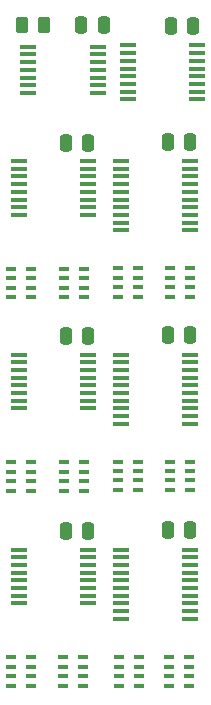
<source format=gtp>
%TF.GenerationSoftware,KiCad,Pcbnew,8.0.7*%
%TF.CreationDate,2025-05-26T12:20:30+02:00*%
%TF.ProjectId,GPIO Address Decode,4750494f-2041-4646-9472-657373204465,V1*%
%TF.SameCoordinates,Original*%
%TF.FileFunction,Paste,Top*%
%TF.FilePolarity,Positive*%
%FSLAX46Y46*%
G04 Gerber Fmt 4.6, Leading zero omitted, Abs format (unit mm)*
G04 Created by KiCad (PCBNEW 8.0.7) date 2025-05-26 12:20:30*
%MOMM*%
%LPD*%
G01*
G04 APERTURE LIST*
G04 Aperture macros list*
%AMRoundRect*
0 Rectangle with rounded corners*
0 $1 Rounding radius*
0 $2 $3 $4 $5 $6 $7 $8 $9 X,Y pos of 4 corners*
0 Add a 4 corners polygon primitive as box body*
4,1,4,$2,$3,$4,$5,$6,$7,$8,$9,$2,$3,0*
0 Add four circle primitives for the rounded corners*
1,1,$1+$1,$2,$3*
1,1,$1+$1,$4,$5*
1,1,$1+$1,$6,$7*
1,1,$1+$1,$8,$9*
0 Add four rect primitives between the rounded corners*
20,1,$1+$1,$2,$3,$4,$5,0*
20,1,$1+$1,$4,$5,$6,$7,0*
20,1,$1+$1,$6,$7,$8,$9,0*
20,1,$1+$1,$8,$9,$2,$3,0*%
G04 Aperture macros list end*
%ADD10R,0.900000X0.450000*%
%ADD11R,0.950000X0.450000*%
%ADD12RoundRect,0.250000X-0.262500X-0.450000X0.262500X-0.450000X0.262500X0.450000X-0.262500X0.450000X0*%
%ADD13R,1.475000X0.450000*%
%ADD14RoundRect,0.250000X0.250000X0.475000X-0.250000X0.475000X-0.250000X-0.475000X0.250000X-0.475000X0*%
%ADD15R,1.450000X0.450000*%
G04 APERTURE END LIST*
D10*
%TO.C,RN6*%
X18474000Y-33331000D03*
X18474000Y-34131000D03*
X18474000Y-34931000D03*
X18474000Y-35731000D03*
X16774000Y-35731000D03*
X16774000Y-34931000D03*
X16774000Y-34131000D03*
X16774000Y-33331000D03*
%TD*%
%TO.C,RN5*%
X7747000Y-35788000D03*
X7747000Y-34988000D03*
X7747000Y-34188000D03*
X7747000Y-33388000D03*
X9447000Y-33388000D03*
X9447000Y-34188000D03*
X9447000Y-34988000D03*
X9447000Y-35788000D03*
%TD*%
%TO.C,RN4*%
X18357000Y-49898000D03*
X18357000Y-50698000D03*
X18357000Y-51498000D03*
X18357000Y-52298000D03*
X16657000Y-52298000D03*
X16657000Y-51498000D03*
X16657000Y-50698000D03*
X16657000Y-49898000D03*
%TD*%
%TO.C,RN3*%
X7698000Y-52298000D03*
X7698000Y-51498000D03*
X7698000Y-50698000D03*
X7698000Y-49898000D03*
X9398000Y-49898000D03*
X9398000Y-50698000D03*
X9398000Y-51498000D03*
X9398000Y-52298000D03*
%TD*%
D11*
%TO.C,CN6*%
X14029000Y-35731000D03*
X14029000Y-34931000D03*
X14029000Y-34131000D03*
X14029000Y-33331000D03*
X12329000Y-33331000D03*
X12329000Y-34131000D03*
X12329000Y-34931000D03*
X12329000Y-35731000D03*
%TD*%
%TO.C,CN5*%
X4953000Y-33388000D03*
X4953000Y-34188000D03*
X4953000Y-34988000D03*
X4953000Y-35788000D03*
X3253000Y-35788000D03*
X3253000Y-34988000D03*
X3253000Y-34188000D03*
X3253000Y-33388000D03*
%TD*%
%TO.C,CN4*%
X14097000Y-52298000D03*
X14097000Y-51498000D03*
X14097000Y-50698000D03*
X14097000Y-49898000D03*
X12397000Y-49898000D03*
X12397000Y-50698000D03*
X12397000Y-51498000D03*
X12397000Y-52298000D03*
%TD*%
%TO.C,CN3*%
X4953000Y-49898000D03*
X4953000Y-50698000D03*
X4953000Y-51498000D03*
X4953000Y-52298000D03*
X3253000Y-52298000D03*
X3253000Y-51498000D03*
X3253000Y-50698000D03*
X3253000Y-49898000D03*
%TD*%
D12*
%TO.C,R1*%
X4217500Y3652000D03*
X6042500Y3652000D03*
%TD*%
D13*
%TO.C,IC1*%
X4732000Y1782000D03*
X4732000Y1132000D03*
X4732000Y482000D03*
X4732000Y-168000D03*
X4732000Y-818000D03*
X4732000Y-1468000D03*
X4732000Y-2118000D03*
X10608000Y-2118000D03*
X10608000Y-1468000D03*
X10608000Y-818000D03*
X10608000Y-168000D03*
X10608000Y482000D03*
X10608000Y1132000D03*
X10608000Y1782000D03*
%TD*%
D14*
%TO.C,C5*%
X18714000Y3556000D03*
X16814000Y3556000D03*
%TD*%
D13*
%TO.C,IC3*%
X12560000Y-7898000D03*
X12560000Y-8548000D03*
X12560000Y-9198000D03*
X12560000Y-9848000D03*
X12560000Y-10498000D03*
X12560000Y-11148000D03*
X12560000Y-11798000D03*
X12560000Y-12448000D03*
X12560000Y-13098000D03*
X12560000Y-13748000D03*
X18436000Y-13748000D03*
X18436000Y-13098000D03*
X18436000Y-12448000D03*
X18436000Y-11798000D03*
X18436000Y-11148000D03*
X18436000Y-10498000D03*
X18436000Y-9848000D03*
X18436000Y-9198000D03*
X18436000Y-8548000D03*
X18436000Y-7898000D03*
%TD*%
D10*
%TO.C,RN1*%
X9447000Y-19431000D03*
X9447000Y-18631000D03*
X9447000Y-17831000D03*
X9447000Y-17031000D03*
X7747000Y-17031000D03*
X7747000Y-17831000D03*
X7747000Y-18631000D03*
X7747000Y-19431000D03*
%TD*%
D14*
%TO.C,C8*%
X9824000Y-6363000D03*
X7924000Y-6363000D03*
%TD*%
%TO.C,C6*%
X7924000Y-22746000D03*
X9824000Y-22746000D03*
%TD*%
%TO.C,C4*%
X16564000Y-39144000D03*
X18464000Y-39144000D03*
%TD*%
D15*
%TO.C,IC2*%
X3933000Y-7898000D03*
X3933000Y-8548000D03*
X3933000Y-9198000D03*
X3933000Y-9848000D03*
X3933000Y-10498000D03*
X3933000Y-11148000D03*
X3933000Y-11798000D03*
X3933000Y-12448000D03*
X9783000Y-12448000D03*
X9783000Y-11798000D03*
X9783000Y-11148000D03*
X9783000Y-10498000D03*
X9783000Y-9848000D03*
X9783000Y-9198000D03*
X9783000Y-8548000D03*
X9783000Y-7898000D03*
%TD*%
D14*
%TO.C,C2*%
X18460000Y-6251000D03*
X16560000Y-6251000D03*
%TD*%
D10*
%TO.C,RN2*%
X16774000Y-16974000D03*
X16774000Y-17774000D03*
X16774000Y-18574000D03*
X16774000Y-19374000D03*
X18474000Y-19374000D03*
X18474000Y-18574000D03*
X18474000Y-17774000D03*
X18474000Y-16974000D03*
%TD*%
D11*
%TO.C,CN1*%
X3253000Y-17031000D03*
X3253000Y-17831000D03*
X3253000Y-18631000D03*
X3253000Y-19431000D03*
X4953000Y-19431000D03*
X4953000Y-18631000D03*
X4953000Y-17831000D03*
X4953000Y-17031000D03*
%TD*%
D15*
%TO.C,IC8*%
X9783000Y-24281000D03*
X9783000Y-24931000D03*
X9783000Y-25581000D03*
X9783000Y-26231000D03*
X9783000Y-26881000D03*
X9783000Y-27531000D03*
X9783000Y-28181000D03*
X9783000Y-28831000D03*
X3933000Y-28831000D03*
X3933000Y-28181000D03*
X3933000Y-27531000D03*
X3933000Y-26881000D03*
X3933000Y-26231000D03*
X3933000Y-25581000D03*
X3933000Y-24931000D03*
X3933000Y-24281000D03*
%TD*%
D14*
%TO.C,C1*%
X7928000Y-39256000D03*
X9828000Y-39256000D03*
%TD*%
%TO.C,C7*%
X18460000Y-22634000D03*
X16560000Y-22634000D03*
%TD*%
D15*
%TO.C,IC6*%
X9787000Y-40791000D03*
X9787000Y-41441000D03*
X9787000Y-42091000D03*
X9787000Y-42741000D03*
X9787000Y-43391000D03*
X9787000Y-44041000D03*
X9787000Y-44691000D03*
X9787000Y-45341000D03*
X3937000Y-45341000D03*
X3937000Y-44691000D03*
X3937000Y-44041000D03*
X3937000Y-43391000D03*
X3937000Y-42741000D03*
X3937000Y-42091000D03*
X3937000Y-41441000D03*
X3937000Y-40791000D03*
%TD*%
D13*
%TO.C,IC9*%
X18436000Y-24281000D03*
X18436000Y-24931000D03*
X18436000Y-25581000D03*
X18436000Y-26231000D03*
X18436000Y-26881000D03*
X18436000Y-27531000D03*
X18436000Y-28181000D03*
X18436000Y-28831000D03*
X18436000Y-29481000D03*
X18436000Y-30131000D03*
X12560000Y-30131000D03*
X12560000Y-29481000D03*
X12560000Y-28831000D03*
X12560000Y-28181000D03*
X12560000Y-27531000D03*
X12560000Y-26881000D03*
X12560000Y-26231000D03*
X12560000Y-25581000D03*
X12560000Y-24931000D03*
X12560000Y-24281000D03*
%TD*%
D11*
%TO.C,CN2*%
X14029000Y-19374000D03*
X14029000Y-18574000D03*
X14029000Y-17774000D03*
X14029000Y-16974000D03*
X12329000Y-16974000D03*
X12329000Y-17774000D03*
X12329000Y-18574000D03*
X12329000Y-19374000D03*
%TD*%
D15*
%TO.C,IC4*%
X13204000Y1894000D03*
X13204000Y1244000D03*
X13204000Y594000D03*
X13204000Y-56000D03*
X13204000Y-706000D03*
X13204000Y-1356000D03*
X13204000Y-2006000D03*
X13204000Y-2656000D03*
X19054000Y-2656000D03*
X19054000Y-2006000D03*
X19054000Y-1356000D03*
X19054000Y-706000D03*
X19054000Y-56000D03*
X19054000Y594000D03*
X19054000Y1244000D03*
X19054000Y1894000D03*
%TD*%
D14*
%TO.C,C3*%
X11144000Y3642000D03*
X9244000Y3642000D03*
%TD*%
D13*
%TO.C,IC7*%
X18440000Y-40791000D03*
X18440000Y-41441000D03*
X18440000Y-42091000D03*
X18440000Y-42741000D03*
X18440000Y-43391000D03*
X18440000Y-44041000D03*
X18440000Y-44691000D03*
X18440000Y-45341000D03*
X18440000Y-45991000D03*
X18440000Y-46641000D03*
X12564000Y-46641000D03*
X12564000Y-45991000D03*
X12564000Y-45341000D03*
X12564000Y-44691000D03*
X12564000Y-44041000D03*
X12564000Y-43391000D03*
X12564000Y-42741000D03*
X12564000Y-42091000D03*
X12564000Y-41441000D03*
X12564000Y-40791000D03*
%TD*%
M02*

</source>
